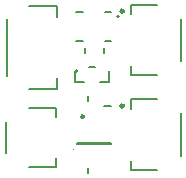
<source format=gbr>
%TF.GenerationSoftware,Altium Limited,Altium Designer,25.8.1 (18)*%
G04 Layer_Color=32896*
%FSLAX45Y45*%
%MOMM*%
%TF.SameCoordinates,B646849D-B937-4B77-9D6D-868C213BF6CA*%
%TF.FilePolarity,Positive*%
%TF.FileFunction,Legend,Bot*%
%TF.Part,Single*%
G01*
G75*
%TA.AperFunction,NonConductor*%
%ADD30C,0.25000*%
%ADD31C,0.20000*%
%ADD32C,0.15000*%
%ADD33C,0.12700*%
%ADD34C,0.30000*%
%ADD35C,0.10000*%
D30*
X2889300Y2692335D02*
G03*
X2889300Y2692335I-12500J0D01*
G01*
D31*
X3188700Y3539400D02*
G03*
X3188700Y3539400I-10000J0D01*
G01*
X2834900Y3076600D02*
G03*
X2834900Y3076600I-10000J0D01*
G01*
X3056100Y2781300D02*
X3116100D01*
X2814100Y2983000D02*
X2889100D01*
X2934100Y3113000D02*
X2984100D01*
X3104100Y2983000D02*
Y3078400D01*
X2814100Y2983000D02*
Y3078400D01*
X3029100Y2983000D02*
X3104100D01*
X2826800Y2459235D02*
Y2468365D01*
Y2459235D02*
X3116800D01*
Y2468365D01*
X2826800D02*
X3116800D01*
X2650900Y2264600D02*
Y2344600D01*
Y2684600D02*
Y2764600D01*
X2425900D02*
X2650900D01*
X2425900Y2264600D02*
X2650900D01*
X2225900Y2384600D02*
Y2644600D01*
D32*
X2895600Y3231200D02*
Y3271200D01*
X2921000Y2215200D02*
Y2255200D01*
Y2824800D02*
Y2864800D01*
X3060700Y3231200D02*
Y3271200D01*
D33*
X3283700Y3560100D02*
Y3640100D01*
X3511200D01*
X3283700Y3040100D02*
Y3120100D01*
Y3040100D02*
X3511200D01*
X3708700Y3160100D02*
Y3520100D01*
X3066300Y3579400D02*
X3121800D01*
X2821800D02*
X2877300D01*
X3066300Y3329400D02*
X3121800D01*
X2821800D02*
X2877300D01*
X3121800Y3573900D02*
Y3579400D01*
X2821800Y3573900D02*
Y3579400D01*
X3121800Y3329400D02*
Y3334900D01*
X2821800Y3329400D02*
Y3334900D01*
X2425900Y3626600D02*
X2659900D01*
Y3537600D02*
Y3626600D01*
X2234900Y3037600D02*
Y3515600D01*
X2425900Y2926600D02*
X2659900D01*
Y3015600D01*
X3283700Y2759200D02*
Y2839200D01*
X3511200D01*
X3283700Y2239200D02*
Y2319200D01*
Y2239200D02*
X3511200D01*
X3708700Y2359200D02*
Y2719200D01*
D34*
X3222700Y3585100D02*
G03*
X3222700Y3585100I-10000J0D01*
G01*
Y2784200D02*
G03*
X3222700Y2784200I-10000J0D01*
G01*
D35*
X2805900Y2414600D02*
G03*
X2805900Y2414600I-5000J0D01*
G01*
%TF.MD5,3550e6c343dca8b2466e077cbd28c681*%
M02*

</source>
